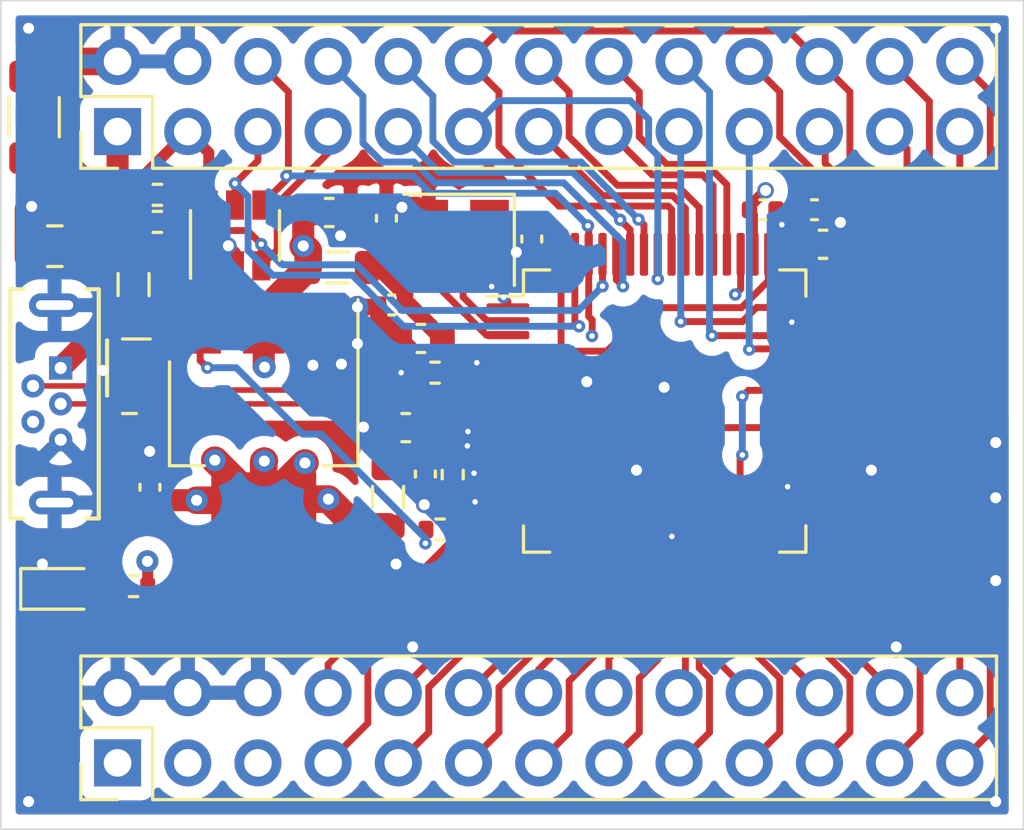
<source format=kicad_pcb>
(kicad_pcb (version 20171130) (host pcbnew "(5.1.8-0-10_14)")
  (layers (0 F.Cu signal) (1 In1.Cu power hide) (2 In2.Cu power hide) (31 B.Cu signal) (34 B.Paste user) (35 F.Paste user) (36 B.SilkS user hide) (37 F.SilkS user) (38 B.Mask user) (39 F.Mask user hide) (44 Edge.Cuts user))
  (net 0 "")
  (net 1 GND)
  (net 2 +3V3)
  (net 3 /VCORE)
  (net 4 /VPHY)
  (net 5 "Net-(C104-Pad2)")
  (net 6 "Net-(C107-Pad2)")
  (net 7 /VPLL)
  (net 8 +5V)
  (net 9 /VBUS)
  (net 10 /USB_D+)
  (net 11 /USB_D-)
  (net 12 /BD0)
  (net 13 /BD1)
  (net 14 /BD2)
  (net 15 /BD3)
  (net 16 /VIO)
  (net 17 /BD4)
  (net 18 /BD5)
  (net 19 /BD6)
  (net 20 /BD7)
  (net 21 /BC0)
  (net 22 /BC1)
  (net 23 /BC2)
  (net 24 /BC3)
  (net 25 /BC4)
  (net 26 /BC5)
  (net 27 /BC6)
  (net 28 /BC7)
  (net 29 /PWREN#)
  (net 30 /DATA)
  (net 31 /CLK)
  (net 32 /CS)
  (net 33 /AC7)
  (net 34 /SUSPEND#)
  (net 35 /AC5)
  (net 36 /AC6)
  (net 37 /AC4)
  (net 38 /AC2)
  (net 39 /AC3)
  (net 40 /AC0)
  (net 41 /AC1)
  (net 42 /AD6)
  (net 43 /AD7)
  (net 44 /AD4)
  (net 45 /AD5)
  (net 46 /AD3)
  (net 47 /AD1)
  (net 48 /AD2)
  (net 49 /AD0)
  (net 50 "Net-(R101-Pad2)")
  (net 51 "Net-(R102-Pad1)")
  (net 52 /RESET#)
  (net 53 "Net-(D101-Pad2)")
  (module Resistor_SMD:R_0402_1005Metric (layer F.Cu) (at 109.8 95.2 180)
    (fp_text reference R106 hide)
    (fp_text value 2k hide)
    (pad 2 smd roundrect (at 0.51 0 180) (size 0.54 0.64) (layers F.Cu F.Paste F.Mask) (net 53 "Net-(D101-Pad2)"))
    (pad 1 smd roundrect (at -0.51 0 180) (size 0.54 0.64) (layers F.Cu F.Paste F.Mask) (net 2 +3V3))
  )
  (module LED_SMD:LED_0603_1608Metric (layer F.Cu) (at 107.2 95.3)
    (fp_text reference D101 hide)
    (fp_text value "RED LED" hide)
    (pad 2 smd roundrect (at 0.7875 0) (size 0.875 0.95) (layers F.Cu F.Paste F.Mask) (net 53 "Net-(D101-Pad2)"))
    (pad 1 smd roundrect (at -0.7875 0) (size 0.875 0.95) (layers F.Cu F.Paste F.Mask) (net 1 GND))
  )
  (module Capacitor_SMD:C_0603_1608Metric (layer F.Cu) (at 120.2 86.23 180)
    (fp_text reference C103 hide)
    (fp_text value 4.7uF/16V hide)
    (pad 2 smd roundrect (at 0.775 0 180) (size 0.9 0.95) (layers F.Cu F.Paste F.Mask) (net 1 GND))
    (pad 1 smd roundrect (at -0.775 0 180) (size 0.9 0.95) (layers F.Cu F.Paste F.Mask) (net 4 /VPHY))
  )
  (module Resistor_SMD:R_0402_1005Metric (layer F.Cu) (at 120.89 93.15)
    (fp_text reference R105 hide)
    (fp_text value 15k hide)
    (pad 2 smd roundrect (at 0.51 0) (size 0.54 0.64) (layers F.Cu F.Paste F.Mask) (net 52 /RESET#))
    (pad 1 smd roundrect (at -0.51 0) (size 0.54 0.64) (layers F.Cu F.Paste F.Mask) (net 8 +5V))
  )
  (module Crystal:Crystal_SMD_3225-4Pin_3.2x2.5mm (layer F.Cu) (at 121.58 82.66 180)
    (fp_text reference Y101 hide)
    (fp_text value X322512MSB4SI hide)
    (pad 4 smd rect (at -1.1 -0.85 180) (size 1.4 1.2) (layers F.Cu F.Paste F.Mask) (net 1 GND))
    (pad 3 smd rect (at 1.1 -0.85 180) (size 1.4 1.2) (layers F.Cu F.Paste F.Mask) (net 6 "Net-(C107-Pad2)"))
    (pad 2 smd rect (at 1.1 0.85 180) (size 1.4 1.2) (layers F.Cu F.Paste F.Mask) (net 1 GND))
    (pad 1 smd rect (at -1.1 0.85 180) (size 1.4 1.2) (layers F.Cu F.Paste F.Mask) (net 5 "Net-(C104-Pad2)"))
  )
  (module Package_DFN_QFN:Diodes_UDFN-10_1.0x2.5mm_P0.5mm (layer F.Cu) (at 109.9 87.6 180)
    (fp_text reference U402 hide)
    (fp_text value RCLAMP0524P-N hide)
    (pad 2 smd rect (at -0.3875 -0.5 90) (size 0.25 0.625) (layers F.Cu F.Paste F.Mask) (net 11 /USB_D-))
    (pad 3 smd rect (at -0.35 0 90) (size 0.45 0.7) (layers F.Cu F.Paste F.Mask) (net 1 GND))
    (pad 1 smd rect (at -0.3875 -1 90) (size 0.25 0.625) (layers F.Cu F.Paste F.Mask) (net 10 /USB_D+))
    (pad 4 smd rect (at -0.3875 0.5 90) (size 0.25 0.625) (layers F.Cu F.Paste F.Mask))
    (pad 10 smd rect (at 0.3875 -1 90) (size 0.25 0.625) (layers F.Cu F.Paste F.Mask) (net 10 /USB_D+))
    (pad 9 smd rect (at 0.3875 -0.5 90) (size 0.25 0.625) (layers F.Cu F.Paste F.Mask) (net 11 /USB_D-))
    (pad 5 smd rect (at -0.3875 1 90) (size 0.25 0.625) (layers F.Cu F.Paste F.Mask) (net 8 +5V))
    (pad 8 smd rect (at 0.4125 0 90) (size 0.45 0.575) (layers F.Cu F.Paste F.Mask) (net 1 GND))
    (pad 6 smd rect (at 0.3875 1 90) (size 0.25 0.625) (layers F.Cu F.Paste F.Mask) (net 8 +5V))
    (pad 7 smd rect (at 0.3875 0.5 90) (size 0.25 0.625) (layers F.Cu F.Paste F.Mask))
  )
  (module Package_QFP:LQFP-64_10x10mm_P0.5mm (layer F.Cu) (at 129.02 88.86)
    (fp_text reference U103 hide)
    (fp_text value FT2232HL hide)
    (pad 64 smd roundrect (at -3.75 -5.675) (size 0.3 1.55) (layers F.Cu F.Paste F.Mask) (net 3 /VCORE))
    (pad 63 smd roundrect (at -3.25 -5.675) (size 0.3 1.55) (layers F.Cu F.Paste F.Mask) (net 32 /CS))
    (pad 62 smd roundrect (at -2.75 -5.675) (size 0.3 1.55) (layers F.Cu F.Paste F.Mask) (net 31 /CLK))
    (pad 61 smd roundrect (at -2.25 -5.675) (size 0.3 1.55) (layers F.Cu F.Paste F.Mask) (net 30 /DATA))
    (pad 60 smd roundrect (at -1.75 -5.675) (size 0.3 1.55) (layers F.Cu F.Paste F.Mask) (net 29 /PWREN#))
    (pad 59 smd roundrect (at -1.25 -5.675) (size 0.3 1.55) (layers F.Cu F.Paste F.Mask) (net 28 /BC7))
    (pad 58 smd roundrect (at -0.75 -5.675) (size 0.3 1.55) (layers F.Cu F.Paste F.Mask) (net 27 /BC6))
    (pad 57 smd roundrect (at -0.25 -5.675) (size 0.3 1.55) (layers F.Cu F.Paste F.Mask) (net 26 /BC5))
    (pad 56 smd roundrect (at 0.25 -5.675) (size 0.3 1.55) (layers F.Cu F.Paste F.Mask) (net 16 /VIO))
    (pad 55 smd roundrect (at 0.75 -5.675) (size 0.3 1.55) (layers F.Cu F.Paste F.Mask) (net 25 /BC4))
    (pad 54 smd roundrect (at 1.25 -5.675) (size 0.3 1.55) (layers F.Cu F.Paste F.Mask) (net 24 /BC3))
    (pad 53 smd roundrect (at 1.75 -5.675) (size 0.3 1.55) (layers F.Cu F.Paste F.Mask) (net 23 /BC2))
    (pad 52 smd roundrect (at 2.25 -5.675) (size 0.3 1.55) (layers F.Cu F.Paste F.Mask) (net 22 /BC1))
    (pad 51 smd roundrect (at 2.75 -5.675) (size 0.3 1.55) (layers F.Cu F.Paste F.Mask) (net 1 GND))
    (pad 50 smd roundrect (at 3.25 -5.675) (size 0.3 1.55) (layers F.Cu F.Paste F.Mask) (net 2 +3V3))
    (pad 49 smd roundrect (at 3.75 -5.675) (size 0.3 1.55) (layers F.Cu F.Paste F.Mask) (net 3 /VCORE))
    (pad 48 smd roundrect (at 5.675 -3.75) (size 1.55 0.3) (layers F.Cu F.Paste F.Mask) (net 21 /BC0))
    (pad 47 smd roundrect (at 5.675 -3.25) (size 1.55 0.3) (layers F.Cu F.Paste F.Mask) (net 1 GND))
    (pad 46 smd roundrect (at 5.675 -2.75) (size 1.55 0.3) (layers F.Cu F.Paste F.Mask) (net 20 /BD7))
    (pad 45 smd roundrect (at 5.675 -2.25) (size 1.55 0.3) (layers F.Cu F.Paste F.Mask) (net 19 /BD6))
    (pad 44 smd roundrect (at 5.675 -1.75) (size 1.55 0.3) (layers F.Cu F.Paste F.Mask) (net 18 /BD5))
    (pad 43 smd roundrect (at 5.675 -1.25) (size 1.55 0.3) (layers F.Cu F.Paste F.Mask) (net 17 /BD4))
    (pad 42 smd roundrect (at 5.675 -0.75) (size 1.55 0.3) (layers F.Cu F.Paste F.Mask) (net 16 /VIO))
    (pad 41 smd roundrect (at 5.675 -0.25) (size 1.55 0.3) (layers F.Cu F.Paste F.Mask) (net 15 /BD3))
    (pad 40 smd roundrect (at 5.675 0.25) (size 1.55 0.3) (layers F.Cu F.Paste F.Mask) (net 14 /BD2))
    (pad 39 smd roundrect (at 5.675 0.75) (size 1.55 0.3) (layers F.Cu F.Paste F.Mask) (net 13 /BD1))
    (pad 38 smd roundrect (at 5.675 1.25) (size 1.55 0.3) (layers F.Cu F.Paste F.Mask) (net 12 /BD0))
    (pad 37 smd roundrect (at 5.675 1.75) (size 1.55 0.3) (layers F.Cu F.Paste F.Mask) (net 3 /VCORE))
    (pad 36 smd roundrect (at 5.675 2.25) (size 1.55 0.3) (layers F.Cu F.Paste F.Mask) (net 34 /SUSPEND#))
    (pad 35 smd roundrect (at 5.675 2.75) (size 1.55 0.3) (layers F.Cu F.Paste F.Mask) (net 1 GND))
    (pad 34 smd roundrect (at 5.675 3.25) (size 1.55 0.3) (layers F.Cu F.Paste F.Mask) (net 33 /AC7))
    (pad 33 smd roundrect (at 5.675 3.75) (size 1.55 0.3) (layers F.Cu F.Paste F.Mask) (net 36 /AC6))
    (pad 32 smd roundrect (at 3.75 5.675) (size 0.3 1.55) (layers F.Cu F.Paste F.Mask) (net 35 /AC5))
    (pad 31 smd roundrect (at 3.25 5.675) (size 0.3 1.55) (layers F.Cu F.Paste F.Mask) (net 16 /VIO))
    (pad 30 smd roundrect (at 2.75 5.675) (size 0.3 1.55) (layers F.Cu F.Paste F.Mask) (net 37 /AC4))
    (pad 29 smd roundrect (at 2.25 5.675) (size 0.3 1.55) (layers F.Cu F.Paste F.Mask) (net 39 /AC3))
    (pad 28 smd roundrect (at 1.75 5.675) (size 0.3 1.55) (layers F.Cu F.Paste F.Mask) (net 38 /AC2))
    (pad 27 smd roundrect (at 1.25 5.675) (size 0.3 1.55) (layers F.Cu F.Paste F.Mask) (net 41 /AC1))
    (pad 26 smd roundrect (at 0.75 5.675) (size 0.3 1.55) (layers F.Cu F.Paste F.Mask) (net 40 /AC0))
    (pad 25 smd roundrect (at 0.25 5.675) (size 0.3 1.55) (layers F.Cu F.Paste F.Mask) (net 1 GND))
    (pad 24 smd roundrect (at -0.25 5.675) (size 0.3 1.55) (layers F.Cu F.Paste F.Mask) (net 43 /AD7))
    (pad 23 smd roundrect (at -0.75 5.675) (size 0.3 1.55) (layers F.Cu F.Paste F.Mask) (net 42 /AD6))
    (pad 22 smd roundrect (at -1.25 5.675) (size 0.3 1.55) (layers F.Cu F.Paste F.Mask) (net 45 /AD5))
    (pad 21 smd roundrect (at -1.75 5.675) (size 0.3 1.55) (layers F.Cu F.Paste F.Mask) (net 44 /AD4))
    (pad 20 smd roundrect (at -2.25 5.675) (size 0.3 1.55) (layers F.Cu F.Paste F.Mask) (net 16 /VIO))
    (pad 19 smd roundrect (at -2.75 5.675) (size 0.3 1.55) (layers F.Cu F.Paste F.Mask) (net 46 /AD3))
    (pad 18 smd roundrect (at -3.25 5.675) (size 0.3 1.55) (layers F.Cu F.Paste F.Mask) (net 48 /AD2))
    (pad 17 smd roundrect (at -3.75 5.675) (size 0.3 1.55) (layers F.Cu F.Paste F.Mask) (net 47 /AD1))
    (pad 16 smd roundrect (at -5.675 3.75) (size 1.55 0.3) (layers F.Cu F.Paste F.Mask) (net 49 /AD0))
    (pad 15 smd roundrect (at -5.675 3.25) (size 1.55 0.3) (layers F.Cu F.Paste F.Mask) (net 1 GND))
    (pad 14 smd roundrect (at -5.675 2.75) (size 1.55 0.3) (layers F.Cu F.Paste F.Mask) (net 52 /RESET#))
    (pad 13 smd roundrect (at -5.675 2.25) (size 1.55 0.3) (layers F.Cu F.Paste F.Mask) (net 1 GND))
    (pad 12 smd roundrect (at -5.675 1.75) (size 1.55 0.3) (layers F.Cu F.Paste F.Mask) (net 3 /VCORE))
    (pad 11 smd roundrect (at -5.675 1.25) (size 1.55 0.3) (layers F.Cu F.Paste F.Mask) (net 1 GND))
    (pad 10 smd roundrect (at -5.675 0.75) (size 1.55 0.3) (layers F.Cu F.Paste F.Mask) (net 1 GND))
    (pad 9 smd roundrect (at -5.675 0.25) (size 1.55 0.3) (layers F.Cu F.Paste F.Mask) (net 7 /VPLL))
    (pad 8 smd roundrect (at -5.675 -0.25) (size 1.55 0.3) (layers F.Cu F.Paste F.Mask) (net 10 /USB_D+))
    (pad 7 smd roundrect (at -5.675 -0.75) (size 1.55 0.3) (layers F.Cu F.Paste F.Mask) (net 11 /USB_D-))
    (pad 6 smd roundrect (at -5.675 -1.25) (size 1.55 0.3) (layers F.Cu F.Paste F.Mask) (net 51 "Net-(R102-Pad1)"))
    (pad 5 smd roundrect (at -5.675 -1.75) (size 1.55 0.3) (layers F.Cu F.Paste F.Mask) (net 1 GND))
    (pad 4 smd roundrect (at -5.675 -2.25) (size 1.55 0.3) (layers F.Cu F.Paste F.Mask) (net 4 /VPHY))
    (pad 3 smd roundrect (at -5.675 -2.75) (size 1.55 0.3) (layers F.Cu F.Paste F.Mask) (net 6 "Net-(C107-Pad2)"))
    (pad 2 smd roundrect (at -5.675 -3.25) (size 1.55 0.3) (layers F.Cu F.Paste F.Mask) (net 5 "Net-(C104-Pad2)"))
    (pad 1 smd roundrect (at -5.675 -3.75) (size 1.55 0.3) (layers F.Cu F.Paste F.Mask) (net 1 GND))
  )
  (module Package_TO_SOT_SMD:SOT-23-6 (layer F.Cu) (at 113.47 82.5 90)
    (fp_text reference U102 hide)
    (fp_text value 93LC56BT-I/OT hide)
    (pad 5 smd rect (at 1.1 0 90) (size 1.06 0.65) (layers F.Cu F.Paste F.Mask) (net 32 /CS))
    (pad 6 smd rect (at 1.1 -0.95 90) (size 1.06 0.65) (layers F.Cu F.Paste F.Mask) (net 2 +3V3))
    (pad 4 smd rect (at 1.1 0.95 90) (size 1.06 0.65) (layers F.Cu F.Paste F.Mask) (net 31 /CLK))
    (pad 3 smd rect (at -1.1 0.95 90) (size 1.06 0.65) (layers F.Cu F.Paste F.Mask) (net 30 /DATA))
    (pad 2 smd rect (at -1.1 0 90) (size 1.06 0.65) (layers F.Cu F.Paste F.Mask) (net 1 GND))
    (pad 1 smd rect (at -1.1 -0.95 90) (size 1.06 0.65) (layers F.Cu F.Paste F.Mask) (net 50 "Net-(R101-Pad2)"))
  )
  (module Package_TO_SOT_SMD:SOT-223-3_TabPin2 (layer F.Cu) (at 114.51 88.93 270)
    (fp_text reference U101 hide)
    (fp_text value AMS1117-3.3 hide)
    (pad 1 smd rect (at -3.15 -2.3 270) (size 2 1.5) (layers F.Cu F.Paste F.Mask) (net 1 GND))
    (pad 3 smd rect (at -3.15 2.3 270) (size 2 1.5) (layers F.Cu F.Paste F.Mask) (net 8 +5V))
    (pad 2 smd rect (at -3.15 0 270) (size 2 1.5) (layers F.Cu F.Paste F.Mask) (net 2 +3V3))
    (pad 2 smd rect (at 3.15 0 270) (size 2 3.8) (layers F.Cu F.Paste F.Mask) (net 2 +3V3))
  )
  (module Resistor_SMD:R_0402_1005Metric (layer F.Cu) (at 121.35 91.16 90)
    (fp_text reference R104 hide)
    (fp_text value 10k hide)
    (pad 2 smd roundrect (at 0.51 0 90) (size 0.54 0.64) (layers F.Cu F.Paste F.Mask) (net 1 GND))
    (pad 1 smd roundrect (at -0.51 0 90) (size 0.54 0.64) (layers F.Cu F.Paste F.Mask) (net 52 /RESET#))
  )
  (module Resistor_SMD:R_0402_1005Metric (layer F.Cu) (at 110.66 82.01 180)
    (fp_text reference R103 hide)
    (fp_text value 2k hide)
    (pad 2 smd roundrect (at 0.51 0 180) (size 0.54 0.64) (layers F.Cu F.Paste F.Mask) (net 50 "Net-(R101-Pad2)"))
    (pad 1 smd roundrect (at -0.51 0 180) (size 0.54 0.64) (layers F.Cu F.Paste F.Mask) (net 30 /DATA))
  )
  (module Resistor_SMD:R_0402_1005Metric (layer F.Cu) (at 120.71 87.47 180)
    (fp_text reference R102 hide)
    (fp_text value 12k hide)
    (pad 2 smd roundrect (at 0.51 0 180) (size 0.54 0.64) (layers F.Cu F.Paste F.Mask) (net 1 GND))
    (pad 1 smd roundrect (at -0.51 0 180) (size 0.54 0.64) (layers F.Cu F.Paste F.Mask) (net 51 "Net-(R102-Pad1)"))
  )
  (module Resistor_SMD:R_0402_1005Metric (layer F.Cu) (at 110.66 81.03)
    (fp_text reference R101 hide)
    (fp_text value 10k hide)
    (pad 2 smd roundrect (at 0.51 0) (size 0.54 0.64) (layers F.Cu F.Paste F.Mask) (net 50 "Net-(R101-Pad2)"))
    (pad 1 smd roundrect (at -0.51 0) (size 0.54 0.64) (layers F.Cu F.Paste F.Mask) (net 2 +3V3))
  )
  (module Connector_PinHeader_2.54mm:PinHeader_2x13_P2.54mm_Vertical (layer F.Cu) (at 109.22 101.6 90)
    (fp_text reference J103 hide)
    (fp_text value IO1 hide)
    (pad 26 thru_hole oval (at 2.54 30.48 90) (size 1.7 1.7) (drill 1) (layers *.Cu *.Mask) (net 33 /AC7))
    (pad 25 thru_hole oval (at 0 30.48 90) (size 1.7 1.7) (drill 1) (layers *.Cu *.Mask) (net 34 /SUSPEND#))
    (pad 24 thru_hole oval (at 2.54 27.94 90) (size 1.7 1.7) (drill 1) (layers *.Cu *.Mask) (net 35 /AC5))
    (pad 23 thru_hole oval (at 0 27.94 90) (size 1.7 1.7) (drill 1) (layers *.Cu *.Mask) (net 36 /AC6))
    (pad 22 thru_hole oval (at 2.54 25.4 90) (size 1.7 1.7) (drill 1) (layers *.Cu *.Mask) (net 37 /AC4))
    (pad 21 thru_hole oval (at 0 25.4 90) (size 1.7 1.7) (drill 1) (layers *.Cu *.Mask) (net 16 /VIO))
    (pad 20 thru_hole oval (at 2.54 22.86 90) (size 1.7 1.7) (drill 1) (layers *.Cu *.Mask) (net 38 /AC2))
    (pad 19 thru_hole oval (at 0 22.86 90) (size 1.7 1.7) (drill 1) (layers *.Cu *.Mask) (net 39 /AC3))
    (pad 18 thru_hole oval (at 2.54 20.32 90) (size 1.7 1.7) (drill 1) (layers *.Cu *.Mask) (net 40 /AC0))
    (pad 17 thru_hole oval (at 0 20.32 90) (size 1.7 1.7) (drill 1) (layers *.Cu *.Mask) (net 41 /AC1))
    (pad 16 thru_hole oval (at 2.54 17.78 90) (size 1.7 1.7) (drill 1) (layers *.Cu *.Mask) (net 42 /AD6))
    (pad 15 thru_hole oval (at 0 17.78 90) (size 1.7 1.7) (drill 1) (layers *.Cu *.Mask) (net 43 /AD7))
    (pad 14 thru_hole oval (at 2.54 15.24 90) (size 1.7 1.7) (drill 1) (layers *.Cu *.Mask) (net 44 /AD4))
    (pad 13 thru_hole oval (at 0 15.24 90) (size 1.7 1.7) (drill 1) (layers *.Cu *.Mask) (net 45 /AD5))
    (pad 12 thru_hole oval (at 2.54 12.7 90) (size 1.7 1.7) (drill 1) (layers *.Cu *.Mask) (net 46 /AD3))
    (pad 11 thru_hole oval (at 0 12.7 90) (size 1.7 1.7) (drill 1) (layers *.Cu *.Mask) (net 16 /VIO))
    (pad 10 thru_hole oval (at 2.54 10.16 90) (size 1.7 1.7) (drill 1) (layers *.Cu *.Mask) (net 47 /AD1))
    (pad 9 thru_hole oval (at 0 10.16 90) (size 1.7 1.7) (drill 1) (layers *.Cu *.Mask) (net 48 /AD2))
    (pad 8 thru_hole oval (at 2.54 7.62 90) (size 1.7 1.7) (drill 1) (layers *.Cu *.Mask) (net 52 /RESET#))
    (pad 7 thru_hole oval (at 0 7.62 90) (size 1.7 1.7) (drill 1) (layers *.Cu *.Mask) (net 49 /AD0))
    (pad 6 thru_hole oval (at 2.54 5.08 90) (size 1.7 1.7) (drill 1) (layers *.Cu *.Mask) (net 1 GND))
    (pad 5 thru_hole oval (at 0 5.08 90) (size 1.7 1.7) (drill 1) (layers *.Cu *.Mask) (net 2 +3V3))
    (pad 4 thru_hole oval (at 2.54 2.54 90) (size 1.7 1.7) (drill 1) (layers *.Cu *.Mask) (net 1 GND))
    (pad 3 thru_hole oval (at 0 2.54 90) (size 1.7 1.7) (drill 1) (layers *.Cu *.Mask) (net 2 +3V3))
    (pad 2 thru_hole oval (at 2.54 0 90) (size 1.7 1.7) (drill 1) (layers *.Cu *.Mask) (net 1 GND))
    (pad 1 thru_hole rect (at 0 0 90) (size 1.7 1.7) (drill 1) (layers *.Cu *.Mask) (net 2 +3V3))
  )
  (module Connector_PinHeader_2.54mm:PinHeader_2x13_P2.54mm_Vertical (layer F.Cu) (at 109.22 78.74 90)
    (fp_text reference J102 hide)
    (fp_text value IO2 hide)
    (pad 26 thru_hole oval (at 2.54 30.48 90) (size 1.7 1.7) (drill 1) (layers *.Cu *.Mask) (net 12 /BD0))
    (pad 25 thru_hole oval (at 0 30.48 90) (size 1.7 1.7) (drill 1) (layers *.Cu *.Mask) (net 13 /BD1))
    (pad 24 thru_hole oval (at 2.54 27.94 90) (size 1.7 1.7) (drill 1) (layers *.Cu *.Mask) (net 14 /BD2))
    (pad 23 thru_hole oval (at 0 27.94 90) (size 1.7 1.7) (drill 1) (layers *.Cu *.Mask) (net 15 /BD3))
    (pad 22 thru_hole oval (at 2.54 25.4 90) (size 1.7 1.7) (drill 1) (layers *.Cu *.Mask) (net 16 /VIO))
    (pad 21 thru_hole oval (at 0 25.4 90) (size 1.7 1.7) (drill 1) (layers *.Cu *.Mask) (net 17 /BD4))
    (pad 20 thru_hole oval (at 2.54 22.86 90) (size 1.7 1.7) (drill 1) (layers *.Cu *.Mask) (net 18 /BD5))
    (pad 19 thru_hole oval (at 0 22.86 90) (size 1.7 1.7) (drill 1) (layers *.Cu *.Mask) (net 19 /BD6))
    (pad 18 thru_hole oval (at 2.54 20.32 90) (size 1.7 1.7) (drill 1) (layers *.Cu *.Mask) (net 20 /BD7))
    (pad 17 thru_hole oval (at 0 20.32 90) (size 1.7 1.7) (drill 1) (layers *.Cu *.Mask) (net 21 /BC0))
    (pad 16 thru_hole oval (at 2.54 17.78 90) (size 1.7 1.7) (drill 1) (layers *.Cu *.Mask) (net 22 /BC1))
    (pad 15 thru_hole oval (at 0 17.78 90) (size 1.7 1.7) (drill 1) (layers *.Cu *.Mask) (net 23 /BC2))
    (pad 14 thru_hole oval (at 2.54 15.24 90) (size 1.7 1.7) (drill 1) (layers *.Cu *.Mask) (net 24 /BC3))
    (pad 13 thru_hole oval (at 0 15.24 90) (size 1.7 1.7) (drill 1) (layers *.Cu *.Mask) (net 25 /BC4))
    (pad 12 thru_hole oval (at 2.54 12.7 90) (size 1.7 1.7) (drill 1) (layers *.Cu *.Mask) (net 16 /VIO))
    (pad 11 thru_hole oval (at 0 12.7 90) (size 1.7 1.7) (drill 1) (layers *.Cu *.Mask) (net 26 /BC5))
    (pad 10 thru_hole oval (at 2.54 10.16 90) (size 1.7 1.7) (drill 1) (layers *.Cu *.Mask) (net 27 /BC6))
    (pad 9 thru_hole oval (at 0 10.16 90) (size 1.7 1.7) (drill 1) (layers *.Cu *.Mask) (net 28 /BC7))
    (pad 8 thru_hole oval (at 2.54 7.62 90) (size 1.7 1.7) (drill 1) (layers *.Cu *.Mask) (net 29 /PWREN#))
    (pad 7 thru_hole oval (at 0 7.62 90) (size 1.7 1.7) (drill 1) (layers *.Cu *.Mask) (net 30 /DATA))
    (pad 6 thru_hole oval (at 2.54 5.08 90) (size 1.7 1.7) (drill 1) (layers *.Cu *.Mask) (net 31 /CLK))
    (pad 5 thru_hole oval (at 0 5.08 90) (size 1.7 1.7) (drill 1) (layers *.Cu *.Mask) (net 32 /CS))
    (pad 4 thru_hole oval (at 2.54 2.54 90) (size 1.7 1.7) (drill 1) (layers *.Cu *.Mask) (net 1 GND))
    (pad 3 thru_hole oval (at 0 2.54 90) (size 1.7 1.7) (drill 1) (layers *.Cu *.Mask) (net 2 +3V3))
    (pad 2 thru_hole oval (at 2.54 0 90) (size 1.7 1.7) (drill 1) (layers *.Cu *.Mask) (net 1 GND))
    (pad 1 thru_hole rect (at 0 0 90) (size 1.7 1.7) (drill 1) (layers *.Cu *.Mask) (net 8 +5V))
  )
  (module Connector_USB:USB_Micro-B_Wuerth_614105150721_Vertical (layer F.Cu) (at 107.16 87.3 270)
    (fp_text reference J101 hide)
    (fp_text value USB_B_Micro hide)
    (pad 6 thru_hole oval (at 4.875 0.22 270) (size 0.85 1.85) (drill oval 0.35 1.35) (layers *.Cu *.Mask) (net 1 GND))
    (pad 6 thru_hole oval (at -2.275 0.22 270) (size 0.85 1.85) (drill oval 0.35 1.35) (layers *.Cu *.Mask) (net 1 GND))
    (pad 5 thru_hole circle (at 2.6 0 270) (size 0.84 0.84) (drill 0.44) (layers *.Cu *.Mask) (net 1 GND))
    (pad 4 thru_hole circle (at 1.95 1 270) (size 0.84 0.84) (drill 0.44) (layers *.Cu *.Mask))
    (pad 3 thru_hole circle (at 1.3 0 270) (size 0.84 0.84) (drill 0.44) (layers *.Cu *.Mask) (net 10 /USB_D+))
    (pad 2 thru_hole circle (at 0.65 1 270) (size 0.84 0.84) (drill 0.44) (layers *.Cu *.Mask) (net 11 /USB_D-))
    (pad 1 thru_hole rect (at 0 0 270) (size 0.84 0.84) (drill 0.44) (layers *.Cu *.Mask) (net 9 /VBUS))
  )
  (module Inductor_SMD:L_0805_2012Metric (layer F.Cu) (at 109.8 84.28 270)
    (fp_text reference FB401 hide)
    (fp_text value GZ2012D601TF hide)
    (pad 2 smd roundrect (at 1.0625 0 270) (size 0.875 1.2) (layers F.Cu F.Paste F.Mask) (net 9 /VBUS))
    (pad 1 smd roundrect (at -1.0625 0 270) (size 0.875 1.2) (layers F.Cu F.Paste F.Mask) (net 8 +5V))
  )
  (module Inductor_SMD:L_0805_2012Metric (layer F.Cu) (at 117.18 83.66 180)
    (fp_text reference FB102 hide)
    (fp_text value GZ2012D601TF hide)
    (pad 2 smd roundrect (at 1.0625 0 180) (size 0.875 1.2) (layers F.Cu F.Paste F.Mask) (net 2 +3V3))
    (pad 1 smd roundrect (at -1.0625 0 180) (size 0.875 1.2) (layers F.Cu F.Paste F.Mask) (net 4 /VPHY))
  )
  (module Inductor_SMD:L_0805_2012Metric (layer F.Cu) (at 119.01 91.99 270)
    (fp_text reference FB101 hide)
    (fp_text value GZ2012D601TF hide)
    (pad 2 smd roundrect (at 1.0625 0 270) (size 0.875 1.2) (layers F.Cu F.Paste F.Mask) (net 2 +3V3))
    (pad 1 smd roundrect (at -1.0625 0 270) (size 0.875 1.2) (layers F.Cu F.Paste F.Mask) (net 7 /VPLL))
  )
  (module Capacitor_SMD:C_0805_2012Metric (layer F.Cu) (at 106.95 82.89 180)
    (fp_text reference C503 hide)
    (fp_text value 1uF/50V hide)
    (pad 2 smd roundrect (at 0.95 0 180) (size 1 1.45) (layers F.Cu F.Paste F.Mask) (net 1 GND))
    (pad 1 smd roundrect (at -0.95 0 180) (size 1 1.45) (layers F.Cu F.Paste F.Mask) (net 9 /VBUS))
  )
  (module Capacitor_SMD:C_0402_1005Metric (layer F.Cu) (at 110.39 91.62 90)
    (fp_text reference C305 hide)
    (fp_text value 100nF hide)
    (pad 2 smd roundrect (at 0.48 0 90) (size 0.56 0.62) (layers F.Cu F.Paste F.Mask) (net 1 GND))
    (pad 1 smd roundrect (at -0.48 0 90) (size 0.56 0.62) (layers F.Cu F.Paste F.Mask) (net 2 +3V3))
  )
  (module Capacitor_SMD:C_1206_3216Metric (layer F.Cu) (at 106.2 78.22 90)
    (fp_text reference C301 hide)
    (fp_text value 10uF/50V hide)
    (pad 2 smd roundrect (at 1.475 0 90) (size 1.15 1.8) (layers F.Cu F.Paste F.Mask) (roundrect_rratio 0.2173904347826087) (net 1 GND))
    (pad 1 smd roundrect (at -1.475 0 90) (size 1.15 1.8) (layers F.Cu F.Paste F.Mask) (roundrect_rratio 0.2173904347826087) (net 8 +5V))
  )
  (module Capacitor_SMD:C_0402_1005Metric (layer F.Cu) (at 120.36 91.14 270)
    (fp_text reference C110 hide)
    (fp_text value 100nF hide)
    (pad 2 smd roundrect (at 0.48 0 270) (size 0.56 0.62) (layers F.Cu F.Paste F.Mask) (net 1 GND))
    (pad 1 smd roundrect (at -0.48 0 270) (size 0.56 0.62) (layers F.Cu F.Paste F.Mask) (net 7 /VPLL))
  )
  (module Capacitor_SMD:C_0603_1608Metric (layer F.Cu) (at 119.65 89.46 180)
    (fp_text reference C109 hide)
    (fp_text value 4.7uF/16V hide)
    (pad 2 smd roundrect (at 0.775 0 180) (size 0.9 0.95) (layers F.Cu F.Paste F.Mask) (net 1 GND))
    (pad 1 smd roundrect (at -0.775 0 180) (size 0.9 0.95) (layers F.Cu F.Paste F.Mask) (net 7 /VPLL))
  )
  (module Capacitor_SMD:C_0402_1005Metric (layer F.Cu) (at 132.57 81.57)
    (fp_text reference C108 hide)
    (fp_text value 100nF hide)
    (pad 2 smd roundrect (at 0.48 0) (size 0.56 0.62) (layers F.Cu F.Paste F.Mask) (net 1 GND))
    (pad 1 smd roundrect (at -0.48 0) (size 0.56 0.62) (layers F.Cu F.Paste F.Mask) (net 2 +3V3))
  )
  (module Capacitor_SMD:C_0402_1005Metric (layer F.Cu) (at 118.95 81.88 270)
    (fp_text reference C107 hide)
    (fp_text value 30pf hide)
    (pad 2 smd roundrect (at 0.48 0 270) (size 0.56 0.62) (layers F.Cu F.Paste F.Mask) (net 6 "Net-(C107-Pad2)"))
    (pad 1 smd roundrect (at -0.48 0 270) (size 0.56 0.62) (layers F.Cu F.Paste F.Mask) (net 1 GND))
  )
  (module Capacitor_SMD:C_0402_1005Metric (layer F.Cu) (at 119.14 85.02 180)
    (fp_text reference C106 hide)
    (fp_text value 100nF hide)
    (pad 2 smd roundrect (at 0.48 0 180) (size 0.56 0.62) (layers F.Cu F.Paste F.Mask) (net 1 GND))
    (pad 1 smd roundrect (at -0.48 0 180) (size 0.56 0.62) (layers F.Cu F.Paste F.Mask) (net 4 /VPHY))
  )
  (module Capacitor_SMD:C_0402_1005Metric (layer F.Cu) (at 134.44 81.57)
    (fp_text reference C105 hide)
    (fp_text value 100nF hide)
    (pad 2 smd roundrect (at 0.48 0) (size 0.56 0.62) (layers F.Cu F.Paste F.Mask) (net 1 GND))
    (pad 1 smd roundrect (at -0.48 0) (size 0.56 0.62) (layers F.Cu F.Paste F.Mask) (net 3 /VCORE))
  )
  (module Capacitor_SMD:C_0402_1005Metric (layer F.Cu) (at 124.21 82.63 90)
    (fp_text reference C104 hide)
    (fp_text value 30pf hide)
    (pad 2 smd roundrect (at 0.48 0 90) (size 0.56 0.62) (layers F.Cu F.Paste F.Mask) (net 5 "Net-(C104-Pad2)"))
    (pad 1 smd roundrect (at -0.48 0 90) (size 0.56 0.62) (layers F.Cu F.Paste F.Mask) (net 1 GND))
  )
  (module Capacitor_SMD:C_0603_1608Metric (layer F.Cu) (at 134.75 82.82)
    (fp_text reference C102 hide)
    (fp_text value 4.7uF hide)
    (pad 2 smd roundrect (at 0.775 0) (size 0.9 0.95) (layers F.Cu F.Paste F.Mask) (net 1 GND))
    (pad 1 smd roundrect (at -0.775 0) (size 0.9 0.95) (layers F.Cu F.Paste F.Mask) (net 3 /VCORE))
  )
  (module Capacitor_SMD:C_0603_1608Metric (layer F.Cu) (at 116.88 81.67)
    (fp_text reference C101 hide)
    (fp_text value 4.7uF/16V hide)
    (pad 2 smd roundrect (at 0.775 0) (size 0.9 0.95) (layers F.Cu F.Paste F.Mask) (net 1 GND))
    (pad 1 smd roundrect (at -0.775 0) (size 0.9 0.95) (layers F.Cu F.Paste F.Mask) (net 2 +3V3))
  )
  (gr_line (start 105 104) (end 105 74) (layer Edge.Cuts) (width 0.05))
  (gr_line (start 142 104) (end 105 104) (layer Edge.Cuts) (width 0.05))
  (gr_line (start 142 74) (end 142 104) (layer Edge.Cuts) (width 0.05))
  (gr_line (start 105 74) (end 142 74) (layer Edge.Cuts) (width 0.05))
  (segment (start 110.25 87.6) (end 109.4875 87.6) (width 0.4) (layer F.Cu) (net 1))
  (via (at 108.69 87.39) (size 0.6) (drill 0.4) (layers F.Cu B.Cu) (net 1))
  (segment (start 108.9 87.6) (end 108.69 87.39) (width 0.4) (layer F.Cu) (net 1))
  (segment (start 109.4875 87.6) (end 108.9 87.6) (width 0.4) (layer F.Cu) (net 1))
  (via (at 117.32 87.16) (size 0.8) (drill 0.4) (layers F.Cu B.Cu) (net 1))
  (segment (start 116.81 86.65) (end 117.32 87.16) (width 0.8) (layer F.Cu) (net 1))
  (segment (start 116.81 85.78) (end 116.81 86.65) (width 0.8) (layer F.Cu) (net 1))
  (via (at 116.29 87.2) (size 0.8) (drill 0.4) (layers F.Cu B.Cu) (net 1))
  (segment (start 116.81 86.68) (end 116.29 87.2) (width 0.8) (layer F.Cu) (net 1))
  (segment (start 116.81 85.78) (end 116.81 86.68) (width 0.8) (layer F.Cu) (net 1))
  (segment (start 116.81 85.66) (end 116.81 85.78) (width 0.25) (layer F.Cu) (net 1))
  (via (at 122.22 87.11) (size 0.45) (drill 0.2) (layers F.Cu B.Cu) (net 1))
  (segment (start 123.345 87.11) (end 122.22 87.11) (width 0.25) (layer F.Cu) (net 1))
  (via (at 119.48 87.47) (size 0.45) (drill 0.2) (layers F.Cu B.Cu) (net 1))
  (segment (start 120.2 87.47) (end 119.48 87.47) (width 0.25) (layer F.Cu) (net 1))
  (segment (start 120.07 81.4) (end 119.53 81.4) (width 0.6) (layer F.Cu) (net 1))
  (segment (start 120.48 81.81) (end 120.07 81.4) (width 0.6) (layer F.Cu) (net 1))
  (segment (start 123.08 83.11) (end 122.68 83.51) (width 0.6) (layer F.Cu) (net 1))
  (segment (start 124.21 83.11) (end 123.65 83.11) (width 0.6) (layer F.Cu) (net 1))
  (segment (start 119.53 81.4) (end 118.95 81.4) (width 0.6) (layer F.Cu) (net 1))
  (via (at 119.51 81.48) (size 0.6) (drill 0.4) (layers F.Cu B.Cu) (net 1))
  (segment (start 123.65 83.11) (end 123.08 83.11) (width 0.6) (layer F.Cu) (net 1))
  (via (at 123.65 83.11) (size 0.6) (drill 0.4) (layers F.Cu B.Cu) (net 1))
  (via (at 106.11 81.45) (size 0.8) (drill 0.4) (layers F.Cu B.Cu) (net 1))
  (segment (start 106 81.56) (end 106.11 81.45) (width 1) (layer F.Cu) (net 1))
  (segment (start 106 82.89) (end 106 81.56) (width 1) (layer F.Cu) (net 1))
  (segment (start 106.745 76.2) (end 106.2 76.745) (width 1) (layer F.Cu) (net 1))
  (segment (start 109.22 76.2) (end 106.745 76.2) (width 1) (layer F.Cu) (net 1))
  (via (at 120.32 92.25) (size 0.6) (drill 0.4) (layers F.Cu B.Cu) (net 1))
  (segment (start 120.36 92.21) (end 120.32 92.25) (width 0.6) (layer F.Cu) (net 1))
  (segment (start 120.36 91.62) (end 120.36 92.21) (width 0.6) (layer F.Cu) (net 1))
  (via (at 118.12 89.44) (size 0.6) (drill 0.4) (layers F.Cu B.Cu) (net 1))
  (segment (start 118.14 89.46) (end 118.12 89.44) (width 0.6) (layer F.Cu) (net 1))
  (segment (start 118.875 89.46) (end 118.14 89.46) (width 0.6) (layer F.Cu) (net 1))
  (via (at 117.9 86.42) (size 0.8) (drill 0.4) (layers F.Cu B.Cu) (net 1))
  (segment (start 117.26 85.78) (end 117.9 86.42) (width 0.8) (layer F.Cu) (net 1))
  (segment (start 116.81 85.78) (end 117.26 85.78) (width 0.8) (layer F.Cu) (net 1))
  (via (at 117.9 85.09) (size 0.8) (drill 0.4) (layers F.Cu B.Cu) (net 1))
  (segment (start 117.21 85.78) (end 117.9 85.09) (width 0.8) (layer F.Cu) (net 1))
  (segment (start 116.81 85.78) (end 117.21 85.78) (width 0.8) (layer F.Cu) (net 1))
  (segment (start 118.59 85.09) (end 118.66 85.02) (width 0.6) (layer F.Cu) (net 1))
  (segment (start 117.9 85.09) (end 118.59 85.09) (width 0.6) (layer F.Cu) (net 1))
  (segment (start 118.66 85.465) (end 118.66 85.02) (width 0.6) (layer F.Cu) (net 1))
  (segment (start 119.425 86.23) (end 118.66 85.465) (width 0.6) (layer F.Cu) (net 1))
  (segment (start 120.2 87.005) (end 119.425 86.23) (width 0.6) (layer F.Cu) (net 1))
  (segment (start 120.2 87.47) (end 120.2 87.005) (width 0.6) (layer F.Cu) (net 1))
  (segment (start 117.655 82.145) (end 117.29 82.51) (width 0.8) (layer F.Cu) (net 1))
  (via (at 117.29 82.51) (size 0.8) (drill 0.4) (layers F.Cu B.Cu) (net 1))
  (segment (start 117.655 81.67) (end 117.655 82.145) (width 0.8) (layer F.Cu) (net 1))
  (via (at 110.38 90.32) (size 0.8) (drill 0.4) (layers F.Cu B.Cu) (net 1))
  (segment (start 110.39 90.33) (end 110.38 90.32) (width 0.8) (layer F.Cu) (net 1))
  (segment (start 110.39 91.14) (end 110.39 90.33) (width 0.8) (layer F.Cu) (net 1))
  (via (at 121.88 90.12) (size 0.45) (drill 0.2) (layers F.Cu B.Cu) (net 1))
  (segment (start 121.35 90.65) (end 121.88 90.12) (width 0.25) (layer F.Cu) (net 1))
  (segment (start 121.89 90.11) (end 121.88 90.12) (width 0.25) (layer F.Cu) (net 1))
  (segment (start 123.345 90.11) (end 121.89 90.11) (width 0.25) (layer F.Cu) (net 1))
  (via (at 121.9 89.6) (size 0.45) (drill 0.2) (layers F.Cu B.Cu) (net 1))
  (segment (start 121.91 89.61) (end 121.9 89.6) (width 0.25) (layer F.Cu) (net 1))
  (segment (start 123.345 89.61) (end 121.91 89.61) (width 0.25) (layer F.Cu) (net 1))
  (via (at 122.12 91.11) (size 0.45) (drill 0.2) (layers F.Cu B.Cu) (net 1))
  (segment (start 123.345 91.11) (end 122.12 91.11) (width 0.25) (layer F.Cu) (net 1))
  (via (at 122.16 92.147) (size 0.45) (drill 0.2) (layers F.Cu B.Cu) (net 1))
  (segment (start 122.197 92.11) (end 122.16 92.147) (width 0.25) (layer F.Cu) (net 1))
  (segment (start 123.345 92.11) (end 122.197 92.11) (width 0.25) (layer F.Cu) (net 1))
  (via (at 123.19 84.74) (size 0.45) (drill 0.2) (layers F.Cu B.Cu) (net 1))
  (segment (start 123.345 84.895) (end 123.19 84.74) (width 0.25) (layer F.Cu) (net 1))
  (segment (start 123.345 85.11) (end 123.345 84.895) (width 0.25) (layer F.Cu) (net 1))
  (via (at 122.76 84.35) (size 0.45) (drill 0.2) (layers F.Cu B.Cu) (net 1))
  (segment (start 122.68 84.27) (end 122.76 84.35) (width 0.25) (layer F.Cu) (net 1))
  (segment (start 122.68 83.51) (end 122.68 84.27) (width 0.25) (layer F.Cu) (net 1))
  (segment (start 133.05 81.9) (end 133.26 82.11) (width 0.25) (layer F.Cu) (net 1))
  (via (at 133.26 82.11) (size 0.45) (drill 0.2) (layers F.Cu B.Cu) (net 1))
  (segment (start 133.05 81.57) (end 133.05 81.9) (width 0.25) (layer F.Cu) (net 1))
  (segment (start 134.92 82.215) (end 135.525 82.82) (width 0.4) (layer F.Cu) (net 1))
  (segment (start 134.92 81.57) (end 134.92 82.215) (width 0.4) (layer F.Cu) (net 1))
  (via (at 135.38 82.03) (size 0.6) (drill 0.4) (layers F.Cu B.Cu) (net 1))
  (segment (start 135.195 82.215) (end 135.38 82.03) (width 0.4) (layer F.Cu) (net 1))
  (segment (start 134.92 82.215) (end 135.195 82.215) (width 0.4) (layer F.Cu) (net 1))
  (via (at 113.23 82.874999) (size 0.6) (drill 0.4) (layers F.Cu B.Cu) (net 1))
  (segment (start 113.47 83.114999) (end 113.23 82.874999) (width 0.4) (layer F.Cu) (net 1))
  (segment (start 113.47 83.6) (end 113.47 83.114999) (width 0.4) (layer F.Cu) (net 1))
  (via (at 133.62 85.64) (size 0.45) (drill 0.2) (layers F.Cu B.Cu) (net 1))
  (segment (start 133.65 85.61) (end 133.62 85.64) (width 0.25) (layer F.Cu) (net 1))
  (segment (start 134.695 85.61) (end 133.65 85.61) (width 0.25) (layer F.Cu) (net 1))
  (via (at 133.47 91.6) (size 0.45) (drill 0.2) (layers F.Cu B.Cu) (net 1))
  (segment (start 133.48 91.61) (end 133.47 91.6) (width 0.25) (layer F.Cu) (net 1))
  (segment (start 134.695 91.61) (end 133.48 91.61) (width 0.25) (layer F.Cu) (net 1))
  (via (at 129.28 93.4) (size 0.45) (drill 0.2) (layers F.Cu B.Cu) (net 1))
  (segment (start 129.27 93.41) (end 129.28 93.4) (width 0.25) (layer F.Cu) (net 1))
  (segment (start 129.27 94.535) (end 129.27 93.41) (width 0.25) (layer F.Cu) (net 1))
  (via (at 131.57128 84.63947) (size 0.45) (drill 0.2) (layers F.Cu B.Cu) (net 1))
  (segment (start 131.77 84.44075) (end 131.57128 84.63947) (width 0.25) (layer F.Cu) (net 1))
  (segment (start 131.77 83.185) (end 131.77 84.44075) (width 0.25) (layer F.Cu) (net 1))
  (via (at 106.5 94.4) (size 0.8) (drill 0.4) (layers F.Cu B.Cu) (net 1))
  (segment (start 106.4125 94.4875) (end 106.5 94.4) (width 0.4) (layer F.Cu) (net 1))
  (segment (start 106.4125 95.3) (end 106.4125 94.4875) (width 0.4) (layer F.Cu) (net 1))
  (via (at 106 103) (size 0.8) (drill 0.4) (layers F.Cu B.Cu) (net 1))
  (via (at 106 75) (size 0.8) (drill 0.4) (layers F.Cu B.Cu) (net 1))
  (via (at 141 75) (size 0.8) (drill 0.4) (layers F.Cu B.Cu) (net 1))
  (via (at 141 103) (size 0.8) (drill 0.4) (layers F.Cu B.Cu) (net 1))
  (via (at 141 95) (size 0.8) (drill 0.4) (layers F.Cu B.Cu) (net 1))
  (via (at 141 90) (size 0.8) (drill 0.4) (layers F.Cu B.Cu) (net 1))
  (via (at 141 92) (size 0.8) (drill 0.4) (layers F.Cu B.Cu) (net 1))
  (via (at 129 88) (size 0.8) (drill 0.4) (layers F.Cu B.Cu) (net 1))
  (via (at 128 91) (size 0.8) (drill 0.4) (layers F.Cu B.Cu) (net 1))
  (via (at 119.3 94.4) (size 0.8) (drill 0.4) (layers F.Cu B.Cu) (net 1))
  (via (at 119.9 97.4) (size 0.8) (drill 0.4) (layers F.Cu B.Cu) (net 1))
  (via (at 137.4 97.4) (size 0.8) (drill 0.4) (layers F.Cu B.Cu) (net 1))
  (via (at 136.5 91) (size 0.8) (drill 0.4) (layers F.Cu B.Cu) (net 1))
  (via (at 126.2 87.8) (size 0.8) (drill 0.4) (layers F.Cu B.Cu) (net 1))
  (via (at 114.54 87.27) (size 0.8) (drill 0.4) (layers F.Cu B.Cu) (net 2))
  (segment (start 114.51 87.24) (end 114.54 87.27) (width 0.8) (layer F.Cu) (net 2))
  (segment (start 114.51 85.78) (end 114.51 87.24) (width 0.8) (layer F.Cu) (net 2))
  (via (at 112.08 92.09) (size 0.8) (drill 0.4) (layers F.Cu B.Cu) (net 2))
  (via (at 116.85 92.05) (size 0.8) (drill 0.4) (layers F.Cu B.Cu) (net 2))
  (segment (start 110.15 80.35) (end 111.76 78.74) (width 0.4) (layer F.Cu) (net 2))
  (segment (start 110.15 81.03) (end 110.15 80.35) (width 0.4) (layer F.Cu) (net 2))
  (segment (start 112.52 79.5) (end 111.76 78.74) (width 0.4) (layer F.Cu) (net 2))
  (segment (start 112.52 81.4) (end 112.52 79.5) (width 0.4) (layer F.Cu) (net 2))
  (segment (start 114.51 85.2675) (end 116.1175 83.66) (width 1) (layer F.Cu) (net 2))
  (segment (start 114.51 85.78) (end 114.51 85.2675) (width 1) (layer F.Cu) (net 2))
  (via (at 115.94 82.88) (size 0.8) (drill 0.4) (layers F.Cu B.Cu) (net 2))
  (segment (start 116.1175 83.0575) (end 115.94 82.88) (width 1) (layer F.Cu) (net 2))
  (segment (start 116.1175 83.66) (end 116.1175 83.0575) (width 1) (layer F.Cu) (net 2))
  (segment (start 117.8525 93.0525) (end 116.85 92.05) (width 1) (layer F.Cu) (net 2))
  (segment (start 119.01 93.0525) (end 117.8525 93.0525) (width 1) (layer F.Cu) (net 2))
  (segment (start 114.54 92.05) (end 114.51 92.08) (width 1) (layer F.Cu) (net 2))
  (segment (start 116.85 92.05) (end 114.54 92.05) (width 1) (layer F.Cu) (net 2))
  (segment (start 114.5 92.09) (end 114.51 92.08) (width 1) (layer F.Cu) (net 2))
  (segment (start 112.08 92.09) (end 114.5 92.09) (width 1) (layer F.Cu) (net 2))
  (via (at 114.53 90.67) (size 0.8) (drill 0.4) (layers F.Cu B.Cu) (net 2))
  (segment (start 114.51 90.69) (end 114.53 90.67) (width 1) (layer F.Cu) (net 2))
  (segment (start 114.51 92.08) (end 114.51 90.69) (width 1) (layer F.Cu) (net 2))
  (via (at 112.74 90.64) (size 0.8) (drill 0.4) (layers F.Cu B.Cu) (net 2))
  (segment (start 114.18 92.08) (end 112.74 90.64) (width 1) (layer F.Cu) (net 2))
  (segment (start 114.51 92.08) (end 114.18 92.08) (width 1) (layer F.Cu) (net 2))
  (via (at 116 90.74) (size 0.8) (drill 0.4) (layers F.Cu B.Cu) (net 2))
  (segment (start 114.66 92.08) (end 116 90.74) (width 1) (layer F.Cu) (net 2))
  (segment (start 114.51 92.08) (end 114.66 92.08) (width 1) (layer F.Cu) (net 2))
  (segment (start 115.94 81.835) (end 116.105 81.67) (width 0.8) (layer F.Cu) (net 2))
  (segment (start 115.94 82.88) (end 115.94 81.835) (width 0.8) (layer F.Cu) (net 2))
  (segment (start 110.4 92.09) (end 110.39 92.1) (width 0.8) (layer F.Cu) (net 2))
  (segment (start 112.08 92.09) (end 110.4 92.09) (width 0.8) (layer F.Cu) (net 2))
  (segment (start 132.27 81.75) (end 132.09 81.57) (width 0.25) (layer F.Cu) (net 2))
  (segment (start 132.27 83.185) (end 132.27 81.75) (width 0.25) (layer F.Cu) (net 2))
  (via (at 132.67 80.87) (size 0.6) (drill 0.4) (layers F.Cu B.Cu) (net 2))
  (segment (start 132.09 81.45) (end 132.67 80.87) (width 0.4) (layer F.Cu) (net 2))
  (segment (start 132.09 81.57) (end 132.09 81.45) (width 0.4) (layer F.Cu) (net 2))
  (via (at 110.3 94.3) (size 0.8) (drill 0.4) (layers F.Cu B.Cu) (net 2))
  (segment (start 110.31 94.31) (end 110.3 94.3) (width 0.4) (layer F.Cu) (net 2))
  (segment (start 110.31 95.2) (end 110.31 94.31) (width 0.4) (layer F.Cu) (net 2))
  (segment (start 124.12 90.61) (end 125.27 89.46) (width 0.25) (layer F.Cu) (net 3))
  (segment (start 123.345 90.61) (end 124.12 90.61) (width 0.25) (layer F.Cu) (net 3))
  (segment (start 129.11 89.46) (end 125.27 89.46) (width 0.25) (layer F.Cu) (net 3))
  (segment (start 132.77 89.46) (end 129.11 89.46) (width 0.25) (layer F.Cu) (net 3))
  (segment (start 133.92 90.61) (end 132.77 89.46) (width 0.25) (layer F.Cu) (net 3))
  (segment (start 134.695 90.61) (end 133.92 90.61) (width 0.25) (layer F.Cu) (net 3))
  (segment (start 133.61 83.185) (end 133.975 82.82) (width 0.25) (layer F.Cu) (net 3))
  (segment (start 132.77 83.185) (end 133.61 83.185) (width 0.25) (layer F.Cu) (net 3))
  (segment (start 133.975 81.585) (end 133.96 81.57) (width 0.25) (layer F.Cu) (net 3))
  (segment (start 133.975 82.82) (end 133.975 81.585) (width 0.25) (layer F.Cu) (net 3))
  (segment (start 125.27 86.69) (end 125.27 83.185) (width 0.25) (layer F.Cu) (net 3))
  (segment (start 125.27 89.46) (end 125.27 86.69) (width 0.25) (layer F.Cu) (net 3))
  (segment (start 126.93 86.69) (end 125.27 86.69) (width 0.25) (layer F.Cu) (net 3))
  (segment (start 131.800241 85.116471) (end 128.503529 85.116471) (width 0.25) (layer F.Cu) (net 3))
  (segment (start 128.503529 85.116471) (end 126.93 86.69) (width 0.25) (layer F.Cu) (net 3))
  (segment (start 132.77 84.146712) (end 131.800241 85.116471) (width 0.25) (layer F.Cu) (net 3))
  (segment (start 132.77 83.185) (end 132.77 84.146712) (width 0.25) (layer F.Cu) (net 3))
  (segment (start 118.68 83.66) (end 119.62 84.6) (width 0.6) (layer F.Cu) (net 4))
  (segment (start 119.62 84.6) (end 119.62 85.02) (width 0.6) (layer F.Cu) (net 4))
  (segment (start 118.2425 83.66) (end 118.68 83.66) (width 0.6) (layer F.Cu) (net 4))
  (segment (start 119.765 85.02) (end 120.975 86.23) (width 0.6) (layer F.Cu) (net 4))
  (segment (start 119.62 85.02) (end 119.765 85.02) (width 0.6) (layer F.Cu) (net 4))
  (segment (start 121.355 86.61) (end 120.975 86.23) (width 0.25) (layer F.Cu) (net 4))
  (segment (start 123.345 86.61) (end 121.355 86.61) (width 0.25) (layer F.Cu) (net 4))
  (segment (start 121.727999 82.762001) (end 122.68 81.81) (width 0.25) (layer F.Cu) (net 5))
  (segment (start 122.607536 85.61) (end 121.727999 84.730463) (width 0.25) (layer F.Cu) (net 5))
  (segment (start 121.727999 84.730463) (end 121.727999 82.762001) (width 0.25) (layer F.Cu) (net 5))
  (segment (start 123.345 85.61) (end 122.607536 85.61) (width 0.25) (layer F.Cu) (net 5))
  (segment (start 123.02 82.15) (end 122.68 81.81) (width 0.25) (layer F.Cu) (net 5))
  (segment (start 124.21 82.15) (end 123.02 82.15) (width 0.25) (layer F.Cu) (net 5))
  (segment (start 120.48 84.02) (end 120.48 83.51) (width 0.25) (layer F.Cu) (net 6))
  (segment (start 122.57 86.11) (end 120.48 84.02) (width 0.25) (layer F.Cu) (net 6))
  (segment (start 123.345 86.11) (end 122.57 86.11) (width 0.25) (layer F.Cu) (net 6))
  (segment (start 120.1 83.51) (end 118.95 82.36) (width 0.25) (layer F.Cu) (net 6))
  (segment (start 120.48 83.51) (end 120.1 83.51) (width 0.25) (layer F.Cu) (net 6))
  (segment (start 119.2775 90.66) (end 120.36 90.66) (width 0.6) (layer F.Cu) (net 7))
  (segment (start 119.01 90.9275) (end 119.2775 90.66) (width 0.6) (layer F.Cu) (net 7))
  (segment (start 120.36 89.525) (end 120.425 89.46) (width 0.6) (layer F.Cu) (net 7))
  (segment (start 120.36 90.66) (end 120.36 89.525) (width 0.6) (layer F.Cu) (net 7))
  (segment (start 120.775 89.11) (end 120.425 89.46) (width 0.25) (layer F.Cu) (net 7))
  (segment (start 123.345 89.11) (end 120.775 89.11) (width 0.25) (layer F.Cu) (net 7))
  (segment (start 109.5125 86.6) (end 110.2875 86.6) (width 0.25) (layer F.Cu) (net 8))
  (segment (start 110.65201 86.23549) (end 110.2875 86.6) (width 0.25) (layer F.Cu) (net 8))
  (segment (start 110.65201 84.06951) (end 110.65201 86.23549) (width 0.25) (layer F.Cu) (net 8))
  (segment (start 109.8 83.2175) (end 110.65201 84.06951) (width 0.25) (layer F.Cu) (net 8))
  (segment (start 109.22 82.6375) (end 109.8 83.2175) (width 0.8) (layer F.Cu) (net 8))
  (segment (start 109.22 78.74) (end 109.22 82.6375) (width 0.8) (layer F.Cu) (net 8))
  (segment (start 112.21 85.6275) (end 109.8 83.2175) (width 0.8) (layer F.Cu) (net 8))
  (segment (start 112.21 85.78) (end 112.21 85.6275) (width 0.8) (layer F.Cu) (net 8))
  (segment (start 109.22 81.815) (end 109.22 82.6375) (width 1) (layer F.Cu) (net 8))
  (segment (start 107.1 79.695) (end 109.22 81.815) (width 1) (layer F.Cu) (net 8))
  (segment (start 106.2 79.695) (end 107.1 79.695) (width 1) (layer F.Cu) (net 8))
  (via (at 112.47 87.29) (size 0.45) (drill 0.2) (layers F.Cu B.Cu) (net 8))
  (segment (start 112.21 87.03) (end 112.47 87.29) (width 0.25) (layer F.Cu) (net 8))
  (segment (start 112.21 85.78) (end 112.21 87.03) (width 0.25) (layer F.Cu) (net 8))
  (segment (start 113.514962 87.29) (end 115.92 89.695038) (width 0.25) (layer B.Cu) (net 8))
  (segment (start 112.47 87.29) (end 113.514962 87.29) (width 0.25) (layer B.Cu) (net 8))
  (segment (start 115.92 89.695038) (end 116.585038 89.695038) (width 0.25) (layer B.Cu) (net 8))
  (via (at 120.36 93.65) (size 0.45) (drill 0.2) (layers F.Cu B.Cu) (net 8))
  (segment (start 120.36 93.47) (end 120.36 93.65) (width 0.25) (layer B.Cu) (net 8))
  (segment (start 116.585038 89.695038) (end 120.36 93.47) (width 0.25) (layer B.Cu) (net 8))
  (segment (start 120.36 93.17) (end 120.38 93.15) (width 0.25) (layer F.Cu) (net 8))
  (segment (start 120.36 93.65) (end 120.36 93.17) (width 0.25) (layer F.Cu) (net 8))
  (segment (start 109.1175 85.3425) (end 109.8 85.3425) (width 0.8) (layer F.Cu) (net 9))
  (segment (start 107.16 87.3) (end 109.1175 85.3425) (width 0.8) (layer F.Cu) (net 9))
  (segment (start 107.9 83.4425) (end 107.9 82.89) (width 1) (layer F.Cu) (net 9))
  (segment (start 109.8 85.3425) (end 107.9 83.4425) (width 1) (layer F.Cu) (net 9))
  (segment (start 123.345 88.61) (end 123.295 88.56) (width 0.2) (layer F.Cu) (net 10))
  (segment (start 107.16 88.6) (end 109.5125 88.6) (width 0.2) (layer F.Cu) (net 10))
  (segment (start 123.335 88.6) (end 123.345 88.61) (width 0.2) (layer F.Cu) (net 10))
  (segment (start 110.2875 88.6) (end 123.335 88.6) (width 0.2) (layer F.Cu) (net 10))
  (segment (start 109.5125 88.6) (end 110.2875 88.6) (width 0.25) (layer F.Cu) (net 10))
  (segment (start 123.345 88.11) (end 123.295 88.16) (width 0.2) (layer F.Cu) (net 11))
  (segment (start 123.335 88.1) (end 123.345 88.11) (width 0.2) (layer F.Cu) (net 11))
  (segment (start 110.2875 88.1) (end 123.335 88.1) (width 0.2) (layer F.Cu) (net 11))
  (segment (start 106.16 87.95) (end 108.01 87.95) (width 0.2) (layer F.Cu) (net 11))
  (segment (start 108.16 88.1) (end 109.5125 88.1) (width 0.2) (layer F.Cu) (net 11))
  (segment (start 108.01 87.95) (end 108.16 88.1) (width 0.2) (layer F.Cu) (net 11))
  (segment (start 109.5125 88.1) (end 110.2875 88.1) (width 0.25) (layer F.Cu) (net 11))
  (segment (start 139.103172 90.11) (end 134.695 90.11) (width 0.25) (layer F.Cu) (net 12))
  (segment (start 140.802001 88.411171) (end 139.103172 90.11) (width 0.25) (layer F.Cu) (net 12))
  (segment (start 140.802001 77.302001) (end 140.802001 88.411171) (width 0.25) (layer F.Cu) (net 12))
  (segment (start 139.7 76.2) (end 140.802001 77.302001) (width 0.25) (layer F.Cu) (net 12))
  (segment (start 139.7 78.74) (end 139.7 88.98) (width 0.25) (layer F.Cu) (net 13))
  (segment (start 139.07 89.61) (end 134.695 89.61) (width 0.25) (layer F.Cu) (net 13))
  (segment (start 139.7 88.98) (end 139.07 89.61) (width 0.25) (layer F.Cu) (net 13))
  (segment (start 137.16 76.2) (end 138.597999 77.637999) (width 0.25) (layer F.Cu) (net 14))
  (segment (start 134.695 89.11) (end 137.97 89.11) (width 0.25) (layer F.Cu) (net 14))
  (segment (start 138.597999 88.482001) (end 138.597999 77.637999) (width 0.25) (layer F.Cu) (net 14))
  (segment (start 137.97 89.11) (end 138.597999 88.482001) (width 0.25) (layer F.Cu) (net 14))
  (segment (start 137.79 79.37) (end 137.16 78.74) (width 0.25) (layer F.Cu) (net 15))
  (segment (start 137.79 86.35198) (end 137.79 79.37) (width 0.25) (layer F.Cu) (net 15))
  (segment (start 135.53198 88.61) (end 137.79 86.35198) (width 0.25) (layer F.Cu) (net 15))
  (segment (start 134.695 88.61) (end 135.53198 88.61) (width 0.25) (layer F.Cu) (net 15))
  (segment (start 126.77 95.376344) (end 125.479334 96.66701) (width 0.25) (layer F.Cu) (net 16))
  (segment (start 126.77 94.535) (end 126.77 95.376344) (width 0.25) (layer F.Cu) (net 16))
  (segment (start 123.022001 98.867037) (end 123.022001 100.497999) (width 0.25) (layer F.Cu) (net 16))
  (segment (start 123.022001 100.497999) (end 121.92 101.6) (width 0.25) (layer F.Cu) (net 16))
  (segment (start 125.222028 96.66701) (end 123.022001 98.867037) (width 0.25) (layer F.Cu) (net 16))
  (segment (start 125.479334 96.66701) (end 125.222028 96.66701) (width 0.25) (layer F.Cu) (net 16))
  (segment (start 135.722001 100.497999) (end 135.722001 98.531039) (width 0.25) (layer F.Cu) (net 16))
  (segment (start 135.722001 98.531039) (end 134.830962 97.64) (width 0.25) (layer F.Cu) (net 16))
  (segment (start 134.62 101.6) (end 135.722001 100.497999) (width 0.25) (layer F.Cu) (net 16))
  (segment (start 134.830962 97.64) (end 133.733172 97.64) (width 0.25) (layer F.Cu) (net 16))
  (segment (start 132.27 96.176828) (end 132.27 94.535) (width 0.25) (layer F.Cu) (net 16))
  (segment (start 133.733172 97.64) (end 132.27 96.176828) (width 0.25) (layer F.Cu) (net 16))
  (segment (start 129.27 83.185) (end 129.27 81.556344) (width 0.25) (layer F.Cu) (net 16))
  (segment (start 129.27 81.556344) (end 129.151696 81.43804) (width 0.25) (layer F.Cu) (net 16))
  (segment (start 123.022001 79.268961) (end 123.022001 77.302001) (width 0.25) (layer F.Cu) (net 16))
  (segment (start 123.022001 77.302001) (end 121.92 76.2) (width 0.25) (layer F.Cu) (net 16))
  (segment (start 125.19108 81.43804) (end 123.022001 79.268961) (width 0.25) (layer F.Cu) (net 16))
  (segment (start 129.151696 81.43804) (end 125.19108 81.43804) (width 0.25) (layer F.Cu) (net 16))
  (segment (start 133.517999 75.097999) (end 134.62 76.2) (width 0.25) (layer F.Cu) (net 16))
  (segment (start 123.022001 75.097999) (end 133.517999 75.097999) (width 0.25) (layer F.Cu) (net 16))
  (segment (start 121.92 76.2) (end 123.022001 75.097999) (width 0.25) (layer F.Cu) (net 16))
  (segment (start 135.498808 88.11) (end 134.695 88.11) (width 0.25) (layer F.Cu) (net 16))
  (segment (start 136.981029 86.627779) (end 135.498808 88.11) (width 0.25) (layer F.Cu) (net 16))
  (segment (start 136.98103 81.507858) (end 136.981029 86.627779) (width 0.25) (layer F.Cu) (net 16))
  (segment (start 135.722001 80.248829) (end 136.98103 81.507858) (width 0.25) (layer F.Cu) (net 16))
  (segment (start 135.722001 77.302001) (end 135.722001 80.248829) (width 0.25) (layer F.Cu) (net 16))
  (segment (start 134.62 76.2) (end 135.722001 77.302001) (width 0.25) (layer F.Cu) (net 16))
  (segment (start 126.77 94.535) (end 126.77 92.84) (width 0.25) (layer F.Cu) (net 16))
  (segment (start 126.77 92.84) (end 127.07 92.54) (width 0.25) (layer F.Cu) (net 16))
  (segment (start 127.07 92.54) (end 131.75 92.54) (width 0.25) (layer F.Cu) (net 16))
  (segment (start 132.27 93.06) (end 132.27 94.535) (width 0.25) (layer F.Cu) (net 16))
  (segment (start 131.75 92.54) (end 132.27 93.06) (width 0.25) (layer F.Cu) (net 16))
  (via (at 131.83 90.45) (size 0.45) (drill 0.2) (layers F.Cu B.Cu) (net 16))
  (segment (start 131.75 90.53) (end 131.83 90.45) (width 0.25) (layer F.Cu) (net 16))
  (segment (start 131.75 92.54) (end 131.75 90.53) (width 0.25) (layer F.Cu) (net 16))
  (segment (start 131.83 90.45) (end 131.83 88.33) (width 0.25) (layer B.Cu) (net 16))
  (via (at 131.83 88.33) (size 0.45) (drill 0.2) (layers F.Cu B.Cu) (net 16))
  (segment (start 132.05 88.11) (end 131.83 88.33) (width 0.25) (layer F.Cu) (net 16))
  (segment (start 134.695 88.11) (end 132.05 88.11) (width 0.25) (layer F.Cu) (net 16))
  (segment (start 135.465636 87.61) (end 136.60402 86.471616) (width 0.25) (layer F.Cu) (net 17))
  (segment (start 136.60402 86.471616) (end 136.60402 81.66402) (width 0.25) (layer F.Cu) (net 17))
  (segment (start 134.695 87.61) (end 135.465636 87.61) (width 0.25) (layer F.Cu) (net 17))
  (segment (start 136.60402 81.66402) (end 134.83 79.89) (width 0.25) (layer F.Cu) (net 17))
  (segment (start 134.83 78.95) (end 134.62 78.74) (width 0.25) (layer F.Cu) (net 17))
  (segment (start 134.83 79.89) (end 134.83 78.95) (width 0.25) (layer F.Cu) (net 17))
  (segment (start 133.182001 77.302001) (end 132.08 76.2) (width 0.25) (layer F.Cu) (net 18))
  (segment (start 136.22701 81.977972) (end 133.182001 78.932963) (width 0.25) (layer F.Cu) (net 18))
  (segment (start 136.22701 86.315454) (end 136.22701 81.977972) (width 0.25) (layer F.Cu) (net 18))
  (segment (start 135.432464 87.11) (end 136.22701 86.315454) (width 0.25) (layer F.Cu) (net 18))
  (segment (start 133.182001 78.932963) (end 133.182001 77.302001) (width 0.25) (layer F.Cu) (net 18))
  (segment (start 134.695 87.11) (end 135.432464 87.11) (width 0.25) (layer F.Cu) (net 18))
  (segment (start 132.08 78.74) (end 132.08 86.63) (width 0.25) (layer B.Cu) (net 19))
  (via (at 132.08 86.63) (size 0.45) (drill 0.2) (layers F.Cu B.Cu) (net 19))
  (segment (start 132.1 86.61) (end 132.08 86.63) (width 0.25) (layer F.Cu) (net 19))
  (segment (start 134.695 86.61) (end 132.1 86.61) (width 0.25) (layer F.Cu) (net 19))
  (segment (start 130.642001 86.042001) (end 130.73 86.13) (width 0.25) (layer B.Cu) (net 20))
  (segment (start 130.642001 77.302001) (end 130.642001 86.042001) (width 0.25) (layer B.Cu) (net 20))
  (via (at 130.73 86.13) (size 0.45) (drill 0.2) (layers F.Cu B.Cu) (net 20))
  (segment (start 129.54 76.2) (end 130.642001 77.302001) (width 0.25) (layer B.Cu) (net 20))
  (segment (start 134.675 86.13) (end 134.695 86.11) (width 0.25) (layer F.Cu) (net 20))
  (segment (start 130.73 86.13) (end 134.675 86.13) (width 0.25) (layer F.Cu) (net 20))
  (segment (start 131.829884 85.62) (end 129.6 85.62) (width 0.25) (layer F.Cu) (net 21))
  (via (at 129.6 85.62) (size 0.45) (drill 0.2) (layers F.Cu B.Cu) (net 21))
  (segment (start 132.339884 85.11) (end 131.829884 85.62) (width 0.25) (layer F.Cu) (net 21))
  (segment (start 134.695 85.11) (end 132.339884 85.11) (width 0.25) (layer F.Cu) (net 21))
  (segment (start 129.6 78.8) (end 129.54 78.74) (width 0.25) (layer B.Cu) (net 21))
  (segment (start 129.6 85.62) (end 129.6 78.8) (width 0.25) (layer B.Cu) (net 21))
  (segment (start 128.102001 78.932963) (end 129.099038 79.93) (width 0.25) (layer F.Cu) (net 22))
  (segment (start 128.102001 77.302001) (end 128.102001 78.932963) (width 0.25) (layer F.Cu) (net 22))
  (segment (start 127 76.2) (end 128.102001 77.302001) (width 0.25) (layer F.Cu) (net 22))
  (segment (start 129.099038 79.93) (end 130.54 79.93) (width 0.25) (layer F.Cu) (net 22))
  (segment (start 131.27 80.66) (end 130.54 79.93) (width 0.25) (layer F.Cu) (net 22))
  (segment (start 131.27 83.185) (end 131.27 80.66) (width 0.25) (layer F.Cu) (net 22))
  (segment (start 130.77 83.185) (end 130.77 80.693172) (width 0.25) (layer F.Cu) (net 23))
  (segment (start 130.383838 80.30701) (end 128.56701 80.30701) (width 0.25) (layer F.Cu) (net 23))
  (segment (start 128.56701 80.30701) (end 127 78.74) (width 0.25) (layer F.Cu) (net 23))
  (segment (start 130.77 80.693172) (end 130.383838 80.30701) (width 0.25) (layer F.Cu) (net 23))
  (segment (start 130.27 81.49) (end 129.46402 80.68402) (width 0.25) (layer F.Cu) (net 24))
  (segment (start 130.27 83.185) (end 130.27 81.49) (width 0.25) (layer F.Cu) (net 24))
  (segment (start 125.562001 77.302001) (end 124.46 76.2) (width 0.25) (layer F.Cu) (net 24))
  (segment (start 125.562001 78.932963) (end 125.562001 77.302001) (width 0.25) (layer F.Cu) (net 24))
  (segment (start 127.313058 80.68402) (end 125.562001 78.932963) (width 0.25) (layer F.Cu) (net 24))
  (segment (start 129.46402 80.68402) (end 127.313058 80.68402) (width 0.25) (layer F.Cu) (net 24))
  (segment (start 129.77 83.185) (end 129.77 81.523172) (width 0.25) (layer F.Cu) (net 25))
  (segment (start 126.78103 81.06103) (end 124.46 78.74) (width 0.25) (layer F.Cu) (net 25))
  (segment (start 129.307858 81.06103) (end 126.78103 81.06103) (width 0.25) (layer F.Cu) (net 25))
  (segment (start 129.77 81.523172) (end 129.307858 81.06103) (width 0.25) (layer F.Cu) (net 25))
  (segment (start 121.92 78.74) (end 123.04 77.62) (width 0.25) (layer B.Cu) (net 26))
  (segment (start 123.04 77.62) (end 127.58 77.62) (width 0.25) (layer B.Cu) (net 26))
  (segment (start 127.58 77.62) (end 127.77 77.62) (width 0.25) (layer B.Cu) (net 26))
  (via (at 128.77 84.08) (size 0.45) (drill 0.2) (layers F.Cu B.Cu) (net 26))
  (segment (start 128.77 79.600962) (end 128.77 84.08) (width 0.25) (layer B.Cu) (net 26))
  (segment (start 128.437999 79.268961) (end 128.77 79.600962) (width 0.25) (layer B.Cu) (net 26))
  (segment (start 128.437999 78.287999) (end 128.437999 79.268961) (width 0.25) (layer B.Cu) (net 26))
  (segment (start 127.77 77.62) (end 128.437999 78.287999) (width 0.25) (layer B.Cu) (net 26))
  (segment (start 128.77 84.08) (end 128.77 83.185) (width 0.25) (layer F.Cu) (net 26))
  (via (at 128.07271 81.92233) (size 0.45) (drill 0.2) (layers F.Cu B.Cu) (net 27))
  (segment (start 128.27 82.11962) (end 128.07271 81.92233) (width 0.25) (layer F.Cu) (net 27))
  (segment (start 128.27 83.185) (end 128.27 82.11962) (width 0.25) (layer F.Cu) (net 27))
  (segment (start 120.63 79.080962) (end 120.63 77.45) (width 0.25) (layer B.Cu) (net 27))
  (segment (start 121.391039 79.842001) (end 120.63 79.080962) (width 0.25) (layer B.Cu) (net 27))
  (segment (start 120.63 77.45) (end 119.38 76.2) (width 0.25) (layer B.Cu) (net 27))
  (segment (start 125.992381 79.842001) (end 121.391039 79.842001) (width 0.25) (layer B.Cu) (net 27))
  (segment (start 128.07271 81.92233) (end 125.992381 79.842001) (width 0.25) (layer B.Cu) (net 27))
  (via (at 127.41042 81.93462) (size 0.45) (drill 0.2) (layers F.Cu B.Cu) (net 28))
  (segment (start 127.77 82.2942) (end 127.41042 81.93462) (width 0.25) (layer F.Cu) (net 28))
  (segment (start 127.77 83.185) (end 127.77 82.2942) (width 0.25) (layer F.Cu) (net 28))
  (segment (start 127.41042 81.93462) (end 126.071821 80.596021) (width 0.25) (layer B.Cu) (net 28))
  (segment (start 119.38 78.74) (end 120.859011 80.219011) (width 0.25) (layer B.Cu) (net 28))
  (segment (start 125.694811 80.219011) (end 126.071821 80.596021) (width 0.25) (layer B.Cu) (net 28))
  (segment (start 120.859011 80.219011) (end 125.694811 80.219011) (width 0.25) (layer B.Cu) (net 28))
  (via (at 127.51 84.34) (size 0.45) (drill 0.2) (layers F.Cu B.Cu) (net 29))
  (segment (start 127.27 84.1) (end 127.51 84.34) (width 0.25) (layer F.Cu) (net 29))
  (segment (start 127.27 83.185) (end 127.27 84.1) (width 0.25) (layer F.Cu) (net 29))
  (segment (start 125.365859 80.596021) (end 127.51 82.740162) (width 0.25) (layer B.Cu) (net 29))
  (segment (start 127.51 82.740162) (end 127.51 84.34) (width 0.25) (layer B.Cu) (net 29))
  (segment (start 118.1 77.46) (end 118.1 79.153038) (width 0.25) (layer B.Cu) (net 29))
  (segment (start 116.84 76.2) (end 118.1 77.46) (width 0.25) (layer B.Cu) (net 29))
  (segment (start 118.1 79.153038) (end 118.788963 79.842001) (width 0.25) (layer B.Cu) (net 29))
  (segment (start 118.788963 79.842001) (end 119.948829 79.842001) (width 0.25) (layer B.Cu) (net 29))
  (segment (start 120.702849 80.596021) (end 125.365859 80.596021) (width 0.25) (layer B.Cu) (net 29))
  (segment (start 119.948829 79.842001) (end 120.702849 80.596021) (width 0.25) (layer B.Cu) (net 29))
  (segment (start 111.482999 82.322999) (end 111.17 82.01) (width 0.25) (layer F.Cu) (net 30))
  (segment (start 113.922999 82.322999) (end 111.482999 82.322999) (width 0.25) (layer F.Cu) (net 30))
  (segment (start 114.42 82.82) (end 113.922999 82.322999) (width 0.25) (layer F.Cu) (net 30))
  (segment (start 116.84 78.74) (end 116.84 79.513172) (width 0.25) (layer F.Cu) (net 30))
  (segment (start 116.84 79.513172) (end 115.17 81.183172) (width 0.25) (layer F.Cu) (net 30))
  (segment (start 114.997001 81.982999) (end 114.997001 83.022999) (width 0.25) (layer F.Cu) (net 30))
  (segment (start 115.17 81.81) (end 114.997001 81.982999) (width 0.25) (layer F.Cu) (net 30))
  (segment (start 114.997001 83.022999) (end 114.42 83.6) (width 0.25) (layer F.Cu) (net 30))
  (segment (start 115.17 81.183172) (end 115.17 81.81) (width 0.25) (layer F.Cu) (net 30))
  (segment (start 114.42 83.6) (end 114.42 82.82) (width 0.25) (layer F.Cu) (net 30))
  (segment (start 126.77 83.185) (end 126.77 84.34) (width 0.25) (layer F.Cu) (net 30))
  (via (at 126.77 84.34) (size 0.45) (drill 0.2) (layers F.Cu B.Cu) (net 30))
  (via (at 114.42 82.82) (size 0.45) (drill 0.2) (layers F.Cu B.Cu) (net 30))
  (segment (start 119.525135 85.217001) (end 125.892999 85.217001) (width 0.25) (layer B.Cu) (net 30))
  (segment (start 117.871125 83.562991) (end 119.525135 85.217001) (width 0.25) (layer B.Cu) (net 30))
  (segment (start 115.20299 83.56299) (end 117.871125 83.562991) (width 0.25) (layer B.Cu) (net 30))
  (segment (start 115.172001 83.532001) (end 115.20299 83.56299) (width 0.25) (layer B.Cu) (net 30))
  (segment (start 115.132001 83.532001) (end 115.172001 83.532001) (width 0.25) (layer B.Cu) (net 30))
  (segment (start 125.892999 85.217001) (end 126.77 84.34) (width 0.25) (layer B.Cu) (net 30))
  (segment (start 114.42 82.82) (end 115.132001 83.532001) (width 0.25) (layer B.Cu) (net 30))
  (segment (start 115.402001 80.417999) (end 115.402001 77.302001) (width 0.25) (layer F.Cu) (net 31))
  (segment (start 115.402001 77.302001) (end 114.3 76.2) (width 0.25) (layer F.Cu) (net 31))
  (segment (start 114.42 81.4) (end 115.402001 80.417999) (width 0.25) (layer F.Cu) (net 31))
  (via (at 126.39 86.14) (size 0.45) (drill 0.2) (layers F.Cu B.Cu) (net 31))
  (segment (start 126.397001 86.132999) (end 126.39 86.14) (width 0.25) (layer F.Cu) (net 31))
  (segment (start 126.397001 85.561039) (end 126.397001 86.132999) (width 0.25) (layer F.Cu) (net 31))
  (segment (start 126.27 85.434038) (end 126.397001 85.561039) (width 0.25) (layer F.Cu) (net 31))
  (segment (start 126.27 83.185) (end 126.27 85.434038) (width 0.25) (layer F.Cu) (net 31))
  (via (at 126.242629 82.147371) (size 0.45) (drill 0.2) (layers F.Cu B.Cu) (net 31))
  (segment (start 126.27 82.174742) (end 126.242629 82.147371) (width 0.25) (layer F.Cu) (net 31))
  (segment (start 126.27 83.185) (end 126.27 82.174742) (width 0.25) (layer F.Cu) (net 31))
  (via (at 115.331297 80.347295) (size 0.45) (drill 0.2) (layers F.Cu B.Cu) (net 31))
  (segment (start 125.068289 80.973031) (end 126.242629 82.147371) (width 0.25) (layer B.Cu) (net 31))
  (segment (start 120.546686 80.97303) (end 125.068289 80.973031) (width 0.25) (layer B.Cu) (net 31))
  (segment (start 119.920951 80.347295) (end 120.546686 80.97303) (width 0.25) (layer B.Cu) (net 31))
  (segment (start 115.331297 80.347295) (end 119.920951 80.347295) (width 0.25) (layer B.Cu) (net 31))
  (segment (start 114.3 79.79) (end 114.3 78.74) (width 0.25) (layer F.Cu) (net 32))
  (segment (start 113.47 80.62) (end 114.3 79.79) (width 0.25) (layer F.Cu) (net 32))
  (segment (start 113.47 81.4) (end 113.47 80.62) (width 0.25) (layer F.Cu) (net 32))
  (via (at 125.92 85.79) (size 0.45) (drill 0.2) (layers F.Cu B.Cu) (net 32))
  (segment (start 125.77 85.64) (end 125.92 85.79) (width 0.25) (layer F.Cu) (net 32))
  (segment (start 125.77 83.185) (end 125.77 85.64) (width 0.25) (layer F.Cu) (net 32))
  (segment (start 119.564962 85.79) (end 117.714962 83.94) (width 0.25) (layer B.Cu) (net 32))
  (segment (start 125.92 85.79) (end 119.564962 85.79) (width 0.25) (layer B.Cu) (net 32))
  (via (at 113.47 80.62) (size 0.45) (drill 0.2) (layers F.Cu B.Cu) (net 32))
  (segment (start 113.942999 83.048961) (end 113.942999 81.092999) (width 0.25) (layer B.Cu) (net 32))
  (segment (start 113.942999 81.092999) (end 113.47 80.62) (width 0.25) (layer B.Cu) (net 32))
  (segment (start 114.834038 83.94) (end 113.942999 83.048961) (width 0.25) (layer B.Cu) (net 32))
  (segment (start 117.714962 83.94) (end 114.834038 83.94) (width 0.25) (layer B.Cu) (net 32))
  (segment (start 139.7 96.377536) (end 135.432464 92.11) (width 0.25) (layer F.Cu) (net 33))
  (segment (start 135.432464 92.11) (end 134.695 92.11) (width 0.25) (layer F.Cu) (net 33))
  (segment (start 139.7 99.06) (end 139.7 96.377536) (width 0.25) (layer F.Cu) (net 33))
  (segment (start 135.432464 91.11) (end 134.695 91.11) (width 0.25) (layer F.Cu) (net 34))
  (segment (start 140.802001 100.497999) (end 140.802001 96.479537) (width 0.25) (layer F.Cu) (net 34))
  (segment (start 140.802001 96.479537) (end 135.432464 91.11) (width 0.25) (layer F.Cu) (net 34))
  (segment (start 139.7 101.6) (end 140.802001 100.497999) (width 0.25) (layer F.Cu) (net 34))
  (segment (start 137.16 98.925) (end 137.16 99.06) (width 0.25) (layer F.Cu) (net 35))
  (segment (start 132.77 94.535) (end 137.16 98.925) (width 0.25) (layer F.Cu) (net 35))
  (segment (start 138.262001 100.497999) (end 137.16 101.6) (width 0.25) (layer F.Cu) (net 36))
  (segment (start 138.262001 96.177001) (end 138.262001 100.497999) (width 0.25) (layer F.Cu) (net 36))
  (segment (start 134.695 92.61) (end 138.262001 96.177001) (width 0.25) (layer F.Cu) (net 36))
  (segment (start 131.77 96.21) (end 134.62 99.06) (width 0.25) (layer F.Cu) (net 37))
  (segment (start 131.77 94.535) (end 131.77 96.21) (width 0.25) (layer F.Cu) (net 37))
  (segment (start 130.77 97.75) (end 132.08 99.06) (width 0.25) (layer F.Cu) (net 38))
  (segment (start 130.77 94.535) (end 130.77 97.75) (width 0.25) (layer F.Cu) (net 38))
  (segment (start 133.182001 100.497999) (end 132.08 101.6) (width 0.25) (layer F.Cu) (net 39))
  (segment (start 133.182001 98.531039) (end 133.182001 100.497999) (width 0.25) (layer F.Cu) (net 39))
  (segment (start 131.27 96.619038) (end 133.182001 98.531039) (width 0.25) (layer F.Cu) (net 39))
  (segment (start 131.27 94.535) (end 131.27 96.619038) (width 0.25) (layer F.Cu) (net 39))
  (segment (start 129.77 98.83) (end 129.54 99.06) (width 0.25) (layer F.Cu) (net 40))
  (segment (start 129.77 94.535) (end 129.77 98.83) (width 0.25) (layer F.Cu) (net 40))
  (segment (start 130.642001 100.497999) (end 129.54 101.6) (width 0.25) (layer F.Cu) (net 41))
  (segment (start 130.642001 98.531039) (end 130.642001 100.497999) (width 0.25) (layer F.Cu) (net 41))
  (segment (start 130.27 98.159038) (end 130.642001 98.531039) (width 0.25) (layer F.Cu) (net 41))
  (segment (start 130.27 94.535) (end 130.27 98.159038) (width 0.25) (layer F.Cu) (net 41))
  (segment (start 128.27 94.535) (end 128.27 96.54) (width 0.25) (layer F.Cu) (net 42))
  (segment (start 127 97.81) (end 127 99.06) (width 0.25) (layer F.Cu) (net 42))
  (segment (start 128.27 96.54) (end 127 97.81) (width 0.25) (layer F.Cu) (net 42))
  (segment (start 128.102001 100.497999) (end 127 101.6) (width 0.25) (layer F.Cu) (net 43))
  (segment (start 128.102001 98.531039) (end 128.102001 100.497999) (width 0.25) (layer F.Cu) (net 43))
  (segment (start 128.77 97.86304) (end 128.102001 98.531039) (width 0.25) (layer F.Cu) (net 43))
  (segment (start 128.77 94.535) (end 128.77 97.86304) (width 0.25) (layer F.Cu) (net 43))
  (segment (start 127.27 95.409516) (end 124.46 98.219516) (width 0.25) (layer F.Cu) (net 44))
  (segment (start 124.46 98.219516) (end 124.46 99.06) (width 0.25) (layer F.Cu) (net 44))
  (segment (start 127.27 94.535) (end 127.27 95.409516) (width 0.25) (layer F.Cu) (net 44))
  (segment (start 125.562001 100.497999) (end 124.46 101.6) (width 0.25) (layer F.Cu) (net 45))
  (segment (start 125.562001 98.637999) (end 125.562001 100.497999) (width 0.25) (layer F.Cu) (net 45))
  (segment (start 127.77 96.43) (end 125.562001 98.637999) (width 0.25) (layer F.Cu) (net 45))
  (segment (start 127.77 94.535) (end 127.77 96.43) (width 0.25) (layer F.Cu) (net 45))
  (segment (start 126.27 95.343172) (end 125.323172 96.29) (width 0.25) (layer F.Cu) (net 46))
  (segment (start 126.27 94.535) (end 126.27 95.343172) (width 0.25) (layer F.Cu) (net 46))
  (segment (start 124.69 96.29) (end 121.92 99.06) (width 0.25) (layer F.Cu) (net 46))
  (segment (start 125.323172 96.29) (end 124.69 96.29) (width 0.25) (layer F.Cu) (net 46))
  (segment (start 123.905 94.535) (end 119.38 99.06) (width 0.25) (layer F.Cu) (net 47))
  (segment (start 125.27 94.535) (end 123.905 94.535) (width 0.25) (layer F.Cu) (net 47))
  (segment (start 125.77 95.31) (end 125.28 95.8) (width 0.25) (layer F.Cu) (net 48))
  (segment (start 125.77 94.535) (end 125.77 95.31) (width 0.25) (layer F.Cu) (net 48))
  (segment (start 120.482001 100.497999) (end 119.38 101.6) (width 0.25) (layer F.Cu) (net 48))
  (segment (start 120.482001 98.867037) (end 120.482001 100.497999) (width 0.25) (layer F.Cu) (net 48))
  (segment (start 123.549038 95.8) (end 120.482001 98.867037) (width 0.25) (layer F.Cu) (net 48))
  (segment (start 125.28 95.8) (end 123.549038 95.8) (width 0.25) (layer F.Cu) (net 48))
  (segment (start 118.277999 100.162001) (end 116.84 101.6) (width 0.25) (layer F.Cu) (net 49))
  (segment (start 118.277999 97.677001) (end 118.277999 100.162001) (width 0.25) (layer F.Cu) (net 49))
  (segment (start 123.345 92.61) (end 118.277999 97.677001) (width 0.25) (layer F.Cu) (net 49))
  (segment (start 110.15 82.301742) (end 110.15 82.01) (width 0.25) (layer F.Cu) (net 50))
  (segment (start 111.448258 83.6) (end 110.15 82.301742) (width 0.25) (layer F.Cu) (net 50))
  (segment (start 112.52 83.6) (end 111.448258 83.6) (width 0.25) (layer F.Cu) (net 50))
  (segment (start 110.19 82.01) (end 111.17 81.03) (width 0.25) (layer F.Cu) (net 50))
  (segment (start 110.15 82.01) (end 110.19 82.01) (width 0.25) (layer F.Cu) (net 50))
  (segment (start 121.36 87.61) (end 121.22 87.47) (width 0.25) (layer F.Cu) (net 51))
  (segment (start 123.345 87.61) (end 121.36 87.61) (width 0.25) (layer F.Cu) (net 51))
  (segment (start 121.4 91.72) (end 121.35 91.67) (width 0.25) (layer F.Cu) (net 52))
  (segment (start 121.4 93.15) (end 121.4 91.72) (width 0.25) (layer F.Cu) (net 52))
  (segment (start 123.285 91.67) (end 123.345 91.61) (width 0.25) (layer F.Cu) (net 52))
  (segment (start 121.35 91.67) (end 123.285 91.67) (width 0.25) (layer F.Cu) (net 52))
  (segment (start 116.84 98.03) (end 116.84 99.06) (width 0.25) (layer F.Cu) (net 52))
  (segment (start 121.4 93.47) (end 116.84 98.03) (width 0.25) (layer F.Cu) (net 52))
  (segment (start 121.4 93.15) (end 121.4 93.47) (width 0.25) (layer F.Cu) (net 52))
  (segment (start 109.19 95.3) (end 109.29 95.2) (width 0.4) (layer F.Cu) (net 53))
  (segment (start 107.9875 95.3) (end 109.19 95.3) (width 0.4) (layer F.Cu) (net 53))
  (zone (net 1) (net_name GND) (layer B.Cu) (connect_pads (clearance 0.508)) (min_thickness 0.254) (fill yes (arc_segments 32) (thermal_gap 0.508) (thermal_bridge_width 0.508))
    (polygon (pts (xy 142 104) (xy 105 104) (xy 105 74) (xy 142 74)))
  )
  (zone (net 1) (net_name GND) (layer F.Cu) (connect_pads (clearance 0.508)) (min_thickness 0.254) (fill yes (arc_segments 32) (thermal_gap 0.508) (thermal_bridge_width 0.508))
    (polygon (pts (xy 142 104) (xy 105 104) (xy 105 74) (xy 142 74)))
  )
)
</source>
